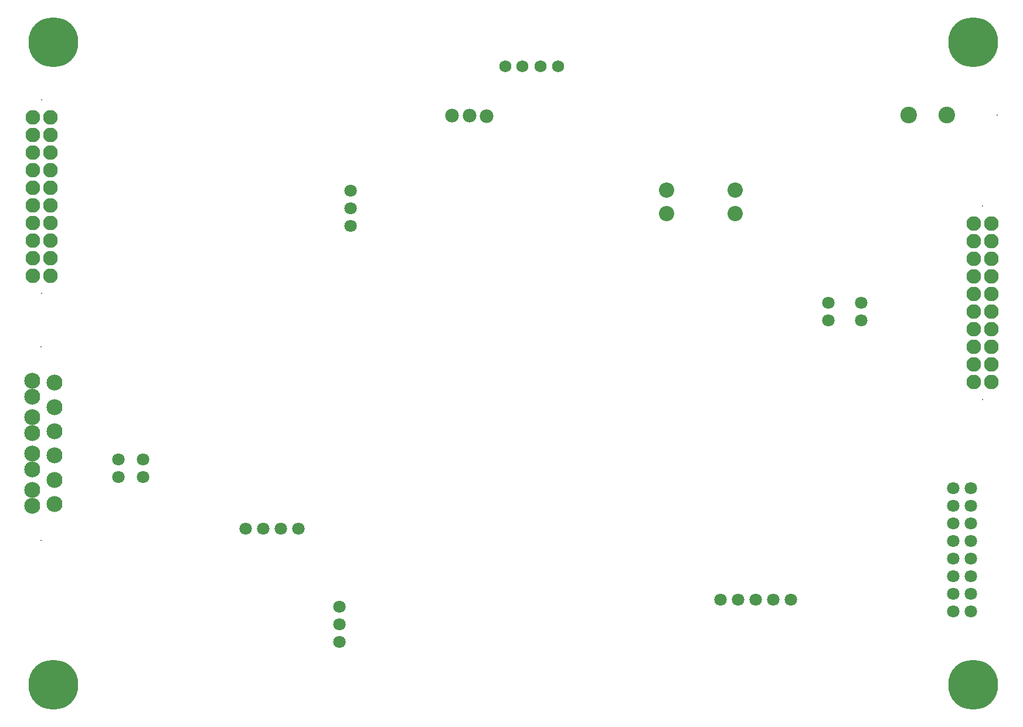
<source format=gbs>
G04 Layer_Color=16711935*
%FSLAX44Y44*%
%MOMM*%
G71*
G01*
G75*
%ADD119C,1.8032*%
%ADD120C,1.7272*%
%ADD121C,1.9812*%
%ADD122C,2.4032*%
%ADD123C,0.2032*%
%ADD124C,2.1032*%
%ADD125C,7.2032*%
%ADD126C,2.3032*%
%ADD127C,2.2032*%
D119*
X442000Y1572000D02*
D03*
Y1546600D02*
D03*
X477600Y1572000D02*
D03*
Y1546600D02*
D03*
X1467000Y1798000D02*
D03*
Y1772600D02*
D03*
X1514000Y1798000D02*
D03*
Y1772600D02*
D03*
X761000Y1309000D02*
D03*
Y1334400D02*
D03*
Y1359800D02*
D03*
X701400Y1472000D02*
D03*
X676000D02*
D03*
X650600D02*
D03*
X625200D02*
D03*
X1336600Y1370000D02*
D03*
X1362000D02*
D03*
X1311200D02*
D03*
X1387400D02*
D03*
X1412800D02*
D03*
X777000Y1909200D02*
D03*
Y1934600D02*
D03*
Y1960000D02*
D03*
X1672400Y1530800D02*
D03*
Y1505400D02*
D03*
Y1429200D02*
D03*
Y1480000D02*
D03*
Y1454600D02*
D03*
Y1403800D02*
D03*
Y1378400D02*
D03*
Y1353000D02*
D03*
X1647000D02*
D03*
Y1378400D02*
D03*
Y1403800D02*
D03*
Y1454600D02*
D03*
Y1480000D02*
D03*
Y1429200D02*
D03*
Y1505400D02*
D03*
Y1530800D02*
D03*
D120*
X1000249Y2138999D02*
D03*
X1025250Y2139250D02*
D03*
X1051000Y2139000D02*
D03*
X1076500D02*
D03*
D121*
X923250Y2068500D02*
D03*
X949000Y2068000D02*
D03*
X973500Y2067750D02*
D03*
D122*
X1583000Y2069000D02*
D03*
X1638000D02*
D03*
D123*
X1711000D02*
D03*
X1689700Y1937700D02*
D03*
Y1658300D02*
D03*
X330700Y1811400D02*
D03*
Y2090800D02*
D03*
X330000Y1455600D02*
D03*
Y1735000D02*
D03*
D124*
X1677000Y1912300D02*
D03*
X1702400D02*
D03*
Y1886900D02*
D03*
X1677000D02*
D03*
Y1861500D02*
D03*
X1702400D02*
D03*
Y1836100D02*
D03*
X1677000D02*
D03*
Y1810700D02*
D03*
X1702400D02*
D03*
Y1785300D02*
D03*
X1677000D02*
D03*
Y1759900D02*
D03*
X1702400D02*
D03*
Y1734500D02*
D03*
X1677000D02*
D03*
Y1709100D02*
D03*
X1702400D02*
D03*
Y1683700D02*
D03*
X1677000D02*
D03*
X343400Y1836800D02*
D03*
X318000D02*
D03*
Y1862200D02*
D03*
X343400D02*
D03*
Y1887600D02*
D03*
X318000D02*
D03*
Y1913000D02*
D03*
X343400D02*
D03*
Y1938400D02*
D03*
X318000D02*
D03*
Y1963800D02*
D03*
X343400D02*
D03*
Y1989200D02*
D03*
X318000D02*
D03*
Y2014600D02*
D03*
X343400D02*
D03*
Y2040000D02*
D03*
X318000D02*
D03*
Y2065400D02*
D03*
X343400D02*
D03*
D125*
X348000Y2174000D02*
D03*
X1676000D02*
D03*
Y1247000D02*
D03*
X348000D02*
D03*
D126*
X317300Y1610050D02*
D03*
X349300Y1682800D02*
D03*
X349300Y1647800D02*
D03*
Y1507800D02*
D03*
Y1612800D02*
D03*
Y1577800D02*
D03*
Y1542800D02*
D03*
X317300Y1633050D02*
D03*
Y1685550D02*
D03*
Y1662550D02*
D03*
Y1528050D02*
D03*
Y1505050D02*
D03*
Y1557550D02*
D03*
Y1580550D02*
D03*
D127*
X1233000Y1961000D02*
D03*
Y1927000D02*
D03*
X1332200Y1961000D02*
D03*
Y1927000D02*
D03*
M02*

</source>
